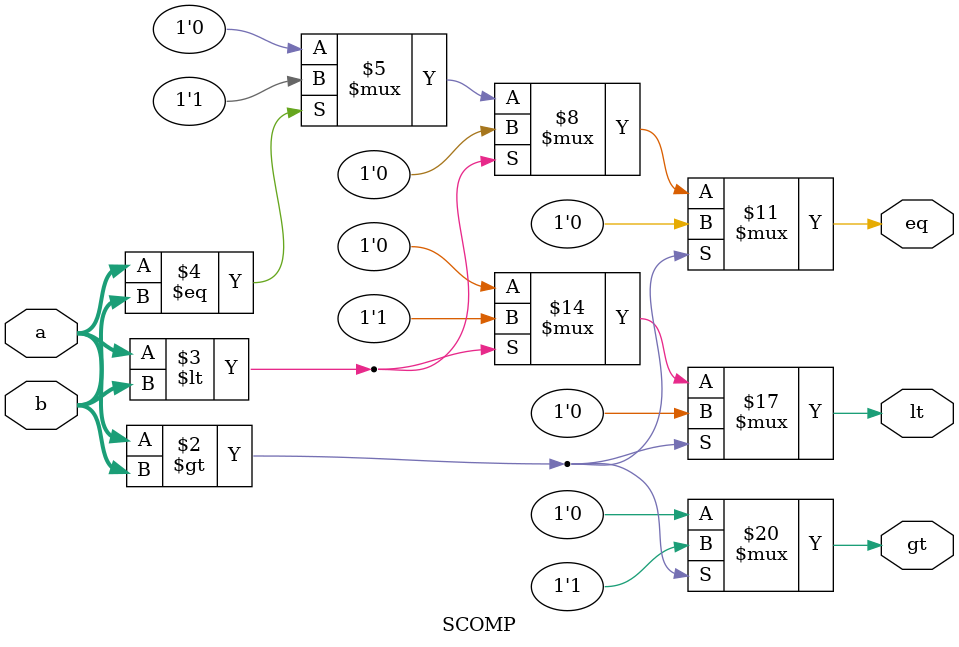
<source format=v>
`timescale 1ns / 1ps
module SCOMP(a, b, gt, lt, eq);
	parameter DATAWIDTH = 2;
	input signed [DATAWIDTH-1:0] a, b;
	output reg gt, lt, eq; //changed back to 1 for circuit2
	
	always@(a,b)begin
		gt <= 0; lt <= 0; eq <= 0;
		
		if (a > b)
			gt <= 1;
		else if (a < b)
			lt <= 1;
		else if (a == b)
			eq <= 1;

	end
	
endmodule

</source>
